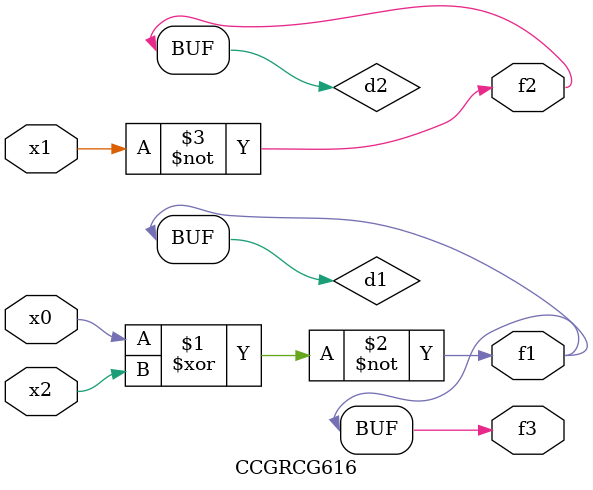
<source format=v>
module CCGRCG616(
	input x0, x1, x2,
	output f1, f2, f3
);

	wire d1, d2, d3;

	xnor (d1, x0, x2);
	nand (d2, x1);
	nor (d3, x1, x2);
	assign f1 = d1;
	assign f2 = d2;
	assign f3 = d1;
endmodule

</source>
